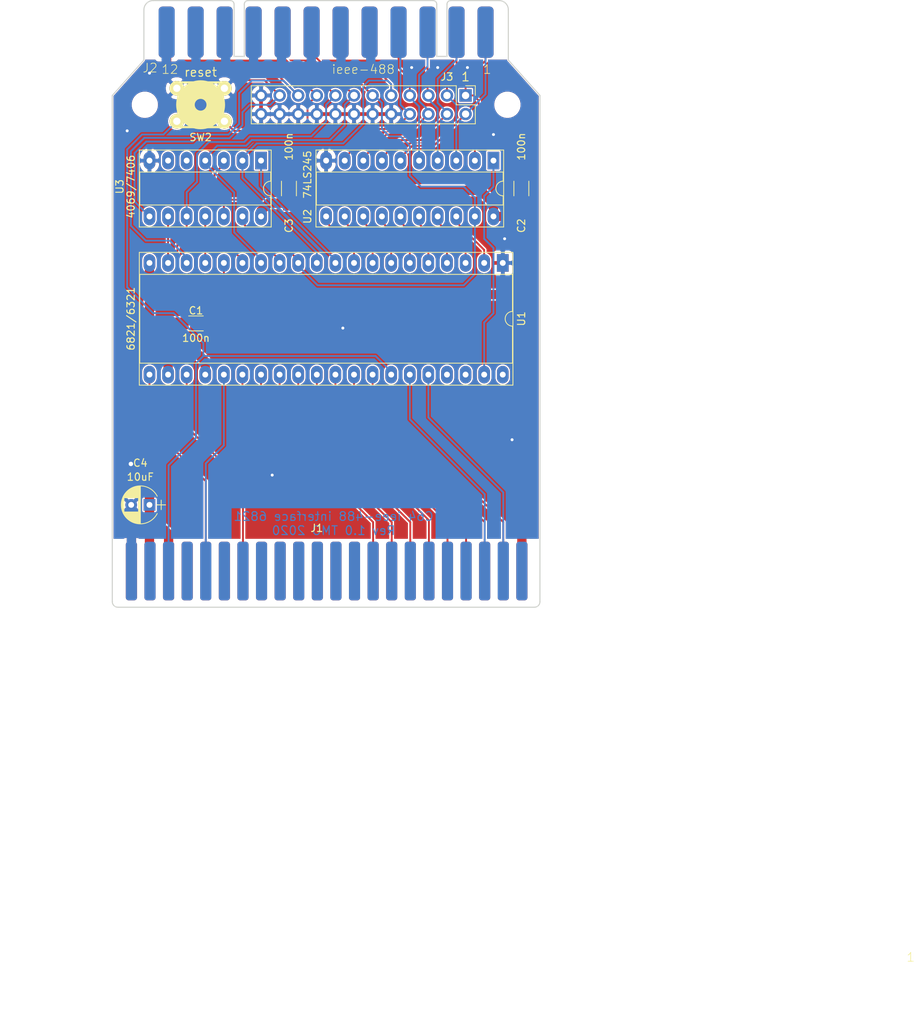
<source format=kicad_pcb>
(kicad_pcb (version 20171130) (host pcbnew "(5.0.1-3-g963ef8bb5)")
  (title_block (title C64_ieee488_interface_6821) (date 2020-02-24) (rev 1.0) (company TMO))
  (layers (0 F.Cu signal) (31 B.Cu signal) (34 B.Paste user) (35 F.Paste user) (36 B.SilkS user) (37 F.SilkS user) (38 B.Mask user hide) (39 F.Mask user hide) (44 Edge.Cuts user))
  (net 0 "")
  (net 1 GND)
  (net 2 VCC)
  (net 3 RW)
  (net 4 CS2)
  (net 5 /D7)
  (net 6 /D6)
  (net 7 /D5)
  (net 8 /D4)
  (net 9 /D3)
  (net 10 /D2)
  (net 11 /D1)
  (net 12 /D0)
  (net 13 RESET)
  (net 14 PHI2)
  (net 15 A1)
  (net 16 A0)
  (net 17 ATN)
  (net 18 SRQ)
  (net 19 NDAC)
  (net 20 NRFD)
  (net 21 DAV)
  (net 22 EOI)
  (net 23 /DIO3)
  (net 24 /DIO2)
  (net 25 /DIO1)
  (net 26 /DIO0)
  (net 27 /DIO7)
  (net 28 /DIO6)
  (net 29 /DIO5)
  (net 30 /DIO4)
  (net 31 CA2)
  (net 32 "Net-(U1-Pad19)")
  (net 33 "Net-(U1-Pad17)")
  (net 34 "Net-(U1-Pad15)")
  (net 35 "Net-(U1-Pad13)")
  (net 36 "Net-(U1-Pad10)")
  (net 37 /B7)
  (net 38 /B6)
  (net 39 /B5)
  (net 40 /B4)
  (net 41 /B3)
  (net 42 /B2)
  (net 43 /B1)
  (net 44 /B0)
  (module footprint:C64-Cart (layer F.Cu) (at 59.76 129.046274)
    (fp_text reference J1 (at 27.87 -10.301274) (layer F.SilkS))
    (fp_text value C64-Exp-Port hide)
    (pad N smd roundrect (at 30.48 -4.446274) (size 1.524 8) (layers B.Cu))
    (pad P smd roundrect (at 33.02 -4.446274) (size 1.524 8) (layers B.Cu))
    (pad T smd roundrect (at 40.64 -4.446274) (size 1.524 8) (layers B.Cu))
    (pad S smd roundrect (at 38.1 -4.446274) (size 1.524 8) (layers B.Cu))
    (pad R smd roundrect (at 35.56 -4.446274) (size 1.524 8) (layers B.Cu))
    (pad Z smd roundrect (at 55.88 -4.446274) (size 1.524 8) (layers B.Cu))
    (pad Y smd roundrect (at 53.34 -4.446274) (size 1.524 8) (layers B.Cu) (net 16 A0))
    (pad X smd roundrect (at 50.8 -4.446274) (size 1.524 8) (layers B.Cu) (net 15 A1))
    (pad W smd roundrect (at 48.26 -4.446274) (size 1.524 8) (layers B.Cu))
    (pad V smd roundrect (at 45.72 -4.446274) (size 1.524 8) (layers B.Cu))
    (pad U smd roundrect (at 43.18 -4.446274) (size 1.524 8) (layers B.Cu))
    (pad A smd roundrect (at 2.54 -4.446274) (size 1.524 8) (layers B.Cu) (net 1 GND))
    (pad E smd roundrect (at 12.7 -4.446274) (size 1.524 8) (layers B.Cu) (net 14 PHI2))
    (pad D smd roundrect (at 10.16 -4.446274) (size 1.524 8) (layers B.Cu))
    (pad C smd roundrect (at 7.62 -4.446274) (size 1.524 8) (layers B.Cu) (net 13 RESET))
    (pad B smd roundrect (at 5.08 -4.446274) (size 1.524 8) (layers B.Cu))
    (pad M smd roundrect (at 27.94 -4.446274) (size 1.524 8) (layers B.Cu))
    (pad L smd roundrect (at 25.4 -4.446274) (size 1.524 8) (layers B.Cu))
    (pad K smd roundrect (at 22.86 -4.446274) (size 1.524 8) (layers B.Cu))
    (pad J smd roundrect (at 20.32 -4.446274) (size 1.524 8) (layers B.Cu))
    (pad H smd roundrect (at 17.78 -4.446274) (size 1.524 8) (layers B.Cu))
    (pad F smd roundrect (at 15.24 -4.446274) (size 1.524 8) (layers B.Cu))
    (pad 22 smd roundrect (at 55.88 -4.446274 180) (size 1.524 8) (layers F.Cu) (net 1 GND))
    (pad 21 smd roundrect (at 53.34 -4.446274 180) (size 1.524 8) (layers F.Cu) (net 12 /D0))
    (pad 20 smd roundrect (at 50.8 -4.446274 180) (size 1.524 8) (layers F.Cu) (net 11 /D1))
    (pad 19 smd roundrect (at 48.26 -4.446274 180) (size 1.524 8) (layers F.Cu) (net 10 /D2))
    (pad 18 smd roundrect (at 45.72 -4.446274 180) (size 1.524 8) (layers F.Cu) (net 9 /D3))
    (pad 17 smd roundrect (at 43.18 -4.446274 180) (size 1.524 8) (layers F.Cu) (net 8 /D4))
    (pad 16 smd roundrect (at 40.64 -4.446274 180) (size 1.524 8) (layers F.Cu) (net 7 /D5))
    (pad 15 smd roundrect (at 38.1 -4.446274 180) (size 1.524 8) (layers F.Cu) (net 6 /D6))
    (pad 3 smd roundrect (at 7.62 -4.446274 180) (size 1.524 8) (layers F.Cu) (net 2 VCC))
    (pad 2 smd roundrect (at 5.08 -4.446274 180) (size 1.524 8) (layers F.Cu) (net 2 VCC))
    (pad 12 smd roundrect (at 30.48 -4.446274 180) (size 1.524 8) (layers F.Cu))
    (pad 14 smd roundrect (at 35.56 -4.446274 180) (size 1.524 8) (layers F.Cu) (net 5 /D7))
    (pad 13 smd roundrect (at 33.02 -4.446274 180) (size 1.524 8) (layers F.Cu))
    (pad 11 smd roundrect (at 27.94 -4.446274 180) (size 1.524 8) (layers F.Cu))
    (pad 10 smd roundrect (at 25.4 -4.446274 180) (size 1.524 8) (layers F.Cu))
    (pad 9 smd roundrect (at 22.86 -4.446274 180) (size 1.524 8) (layers F.Cu))
    (pad 8 smd roundrect (at 20.32 -4.446274 180) (size 1.524 8) (layers F.Cu))
    (pad 7 smd roundrect (at 17.78 -4.446274 180) (size 1.524 8) (layers F.Cu) (net 4 CS2))
    (pad 6 smd roundrect (at 15.24 -4.446274 180) (size 1.524 8) (layers F.Cu))
    (pad 5 smd roundrect (at 12.7 -4.446274 180) (size 1.524 8) (layers F.Cu) (net 3 RW))
    (pad 4 smd roundrect (at 10.16 -4.446274 180) (size 1.524 8) (layers F.Cu))
    (pad 1 smd roundrect (at 2.54 -4.446274 180) (size 1.524 8) (layers F.Cu) (net 1 GND))
  )
  (module footprint:ieee488-Port (layer F.Cu) (at 88.9 51.054)
    (fp_text reference J2 (at -25.146 5.588) (layer F.SilkS) (effects (font (size 1.2065 1.2065) (thickness 0.1016)) (justify left bottom)))
    (fp_text value ieee488-Port hide)
    (fp_text user ieee-488 (at 5.08 5.08) (layer F.SilkS) (effects (font (size 1.2065 1.2065) (thickness 0.1016))))
    (fp_text user 1 (at 22 5.08) (layer F.SilkS) (effects (font (size 1.2065 1.2065) (thickness 0.1016))))
    (fp_text user 12 (at -21.336 5.08) (layer F.SilkS) (effects (font (size 1.2065 1.2065) (thickness 0.1016))))
    (pad 12 connect roundrect (at -21.785 0) (size 2.2 7) (layers F.Cu) (net 1 GND))
    (pad 11 connect roundrect (at -17.825 0) (size 2.2 7) (layers F.Cu) (net 17 ATN))
    (pad 10 connect roundrect (at -13.865 0) (size 2.2 7) (layers F.Cu) (net 18 SRQ))
    (pad 9 connect roundrect (at -9.905 0) (size 2.2 7) (layers F.Cu) (net 13 RESET))
    (pad 8 connect roundrect (at -5.945 0) (size 2.2 7) (layers F.Cu) (net 19 NDAC))
    (pad 7 connect roundrect (at -1.985 0) (size 2.2 7) (layers F.Cu) (net 20 NRFD))
    (pad 6 connect roundrect (at 1.975 0) (size 2.2 7) (layers F.Cu) (net 21 DAV))
    (pad 5 connect roundrect (at 5.935 0) (size 2.2 7) (layers F.Cu) (net 22 EOI))
    (pad 4 connect roundrect (at 9.895 0) (size 2.2 7) (layers F.Cu) (net 23 /DIO3))
    (pad 3 connect roundrect (at 13.855 0) (size 2.2 7) (layers F.Cu) (net 24 /DIO2))
    (pad 2 connect roundrect (at 17.815 0) (size 2.2 7) (layers F.Cu) (net 25 /DIO1))
    (pad 1 connect roundrect (at 21.775 0) (size 2.2 7) (layers F.Cu) (net 26 /DIO0))
    (pad N connect roundrect (at -21.785 0) (size 2.2 7) (layers B.Cu) (net 1 GND))
    (pad M connect roundrect (at -17.825 0) (size 2.2 7) (layers B.Cu) (net 1 GND))
    (pad L connect roundrect (at -13.865 0) (size 2.2 7) (layers B.Cu) (net 1 GND))
    (pad K connect roundrect (at -9.905 0) (size 2.2 7) (layers B.Cu) (net 1 GND))
    (pad J connect roundrect (at -5.945 0) (size 2.2 7) (layers B.Cu) (net 1 GND))
    (pad H connect roundrect (at -1.985 0) (size 2.2 7) (layers B.Cu) (net 1 GND))
    (pad F connect roundrect (at 1.975 0) (size 2.2 7) (layers B.Cu) (net 1 GND))
    (pad E connect roundrect (at 5.935 0) (size 2.2 7) (layers B.Cu) (net 1 GND))
    (pad D connect roundrect (at 9.895 0) (size 2.2 7) (layers B.Cu) (net 27 /DIO7))
    (pad C connect roundrect (at 13.855 0) (size 2.2 7) (layers B.Cu) (net 28 /DIO6))
    (pad B connect roundrect (at 17.815 0) (size 2.2 7) (layers B.Cu) (net 29 /DIO5))
    (pad A connect roundrect (at 21.775 0) (size 2.2 7) (layers B.Cu) (net 30 /DIO4))
  )
  (module "" (layer F.Cu) (at 108.585 57.15)
    (fp_text reference "" (at 59.76 129.046274) (layer F.SilkS) (effects (font (size 1.27 1.27))))
    (fp_text value "" (at 59.76 129.046274) (layer F.SilkS) (effects (font (size 1.27 1.27))))
    (fp_text user 1 (at 60.17 120.156274) (layer F.SilkS) (effects (font (size 1.2065 1.2065) (thickness 0.1016))))
  )
  (module footprint:PCB_PUSH (layer F.Cu) (at 71.755 60.96 90)
    (fp_text reference SW2 (at -4.445 0 180) (layer F.SilkS))
    (fp_text value RESET_SWITCH hide)
    (pad 1 thru_hole circle (at -2.25044 -3.2512 90) (size 1.99898 1.99898) (drill 1.00076) (layers *.Cu *.Mask F.SilkS) (net 13 RESET))
    (pad 2 thru_hole circle (at -2.25044 3.2512 90) (size 1.99898 1.99898) (drill 1.00076) (layers *.Cu *.Mask F.SilkS) (net 13 RESET))
    (pad 4 thru_hole circle (at 2.25044 -3.2512 90) (size 1.99898 1.99898) (drill 1.00076) (layers *.Cu *.Mask F.SilkS) (net 1 GND))
    (pad 3 thru_hole circle (at 2.25044 3.2512 90) (size 1.99898 1.99898) (drill 1.00076) (layers *.Cu *.Mask F.SilkS) (net 1 GND))
  )
  (module Housings_DIP:DIP-40_W15.24mm_Socket_LongPads (layer F.Cu) (at 113.03 82.55 270)
    (fp_text reference U1 (at 7.62 -2.54 270) (layer F.SilkS))
    (fp_text value 6821/6321 (at 7.62 50.8 270) (layer F.SilkS))
    (pad 40 thru_hole oval (at 15.24 0 270) (size 2.4 1.6) (drill 0.8) (layers *.Cu *.Mask))
    (pad 20 thru_hole oval (at 0 48.26 270) (size 2.4 1.6) (drill 0.8) (layers *.Cu *.Mask) (net 2 VCC))
    (pad 39 thru_hole oval (at 15.24 2.54 270) (size 2.4 1.6) (drill 0.8) (layers *.Cu *.Mask) (net 31 CA2))
    (pad 19 thru_hole oval (at 0 45.72 270) (size 2.4 1.6) (drill 0.8) (layers *.Cu *.Mask) (net 32 "Net-(U1-Pad19)"))
    (pad 38 thru_hole oval (at 15.24 5.08 270) (size 2.4 1.6) (drill 0.8) (layers *.Cu *.Mask))
    (pad 18 thru_hole oval (at 0 43.18 270) (size 2.4 1.6) (drill 0.8) (layers *.Cu *.Mask) (net 18 SRQ))
    (pad 37 thru_hole oval (at 15.24 7.62 270) (size 2.4 1.6) (drill 0.8) (layers *.Cu *.Mask))
    (pad 17 thru_hole oval (at 0 40.64 270) (size 2.4 1.6) (drill 0.8) (layers *.Cu *.Mask) (net 33 "Net-(U1-Pad17)"))
    (pad 36 thru_hole oval (at 15.24 10.16 270) (size 2.4 1.6) (drill 0.8) (layers *.Cu *.Mask) (net 16 A0))
    (pad 16 thru_hole oval (at 0 38.1 270) (size 2.4 1.6) (drill 0.8) (layers *.Cu *.Mask) (net 19 NDAC))
    (pad 35 thru_hole oval (at 15.24 12.7 270) (size 2.4 1.6) (drill 0.8) (layers *.Cu *.Mask) (net 15 A1))
    (pad 15 thru_hole oval (at 0 35.56 270) (size 2.4 1.6) (drill 0.8) (layers *.Cu *.Mask) (net 34 "Net-(U1-Pad15)"))
    (pad 34 thru_hole oval (at 15.24 15.24 270) (size 2.4 1.6) (drill 0.8) (layers *.Cu *.Mask) (net 13 RESET))
    (pad 14 thru_hole oval (at 0 33.02 270) (size 2.4 1.6) (drill 0.8) (layers *.Cu *.Mask) (net 20 NRFD))
    (pad 33 thru_hole oval (at 15.24 17.78 270) (size 2.4 1.6) (drill 0.8) (layers *.Cu *.Mask) (net 12 /D0))
    (pad 13 thru_hole oval (at 0 30.48 270) (size 2.4 1.6) (drill 0.8) (layers *.Cu *.Mask) (net 35 "Net-(U1-Pad13)"))
    (pad 32 thru_hole oval (at 15.24 20.32 270) (size 2.4 1.6) (drill 0.8) (layers *.Cu *.Mask) (net 11 /D1))
    (pad 12 thru_hole oval (at 0 27.94 270) (size 2.4 1.6) (drill 0.8) (layers *.Cu *.Mask) (net 21 DAV))
    (pad 31 thru_hole oval (at 15.24 22.86 270) (size 2.4 1.6) (drill 0.8) (layers *.Cu *.Mask) (net 10 /D2))
    (pad 11 thru_hole oval (at 0 25.4 270) (size 2.4 1.6) (drill 0.8) (layers *.Cu *.Mask) (net 22 EOI))
    (pad 30 thru_hole oval (at 15.24 25.4 270) (size 2.4 1.6) (drill 0.8) (layers *.Cu *.Mask) (net 9 /D3))
    (pad 10 thru_hole oval (at 0 22.86 270) (size 2.4 1.6) (drill 0.8) (layers *.Cu *.Mask) (net 36 "Net-(U1-Pad10)"))
    (pad 29 thru_hole oval (at 15.24 27.94 270) (size 2.4 1.6) (drill 0.8) (layers *.Cu *.Mask) (net 8 /D4))
    (pad 9 thru_hole oval (at 0 20.32 270) (size 2.4 1.6) (drill 0.8) (layers *.Cu *.Mask) (net 37 /B7))
    (pad 28 thru_hole oval (at 15.24 30.48 270) (size 2.4 1.6) (drill 0.8) (layers *.Cu *.Mask) (net 7 /D5))
    (pad 8 thru_hole oval (at 0 17.78 270) (size 2.4 1.6) (drill 0.8) (layers *.Cu *.Mask) (net 38 /B6))
    (pad 27 thru_hole oval (at 15.24 33.02 270) (size 2.4 1.6) (drill 0.8) (layers *.Cu *.Mask) (net 6 /D6))
    (pad 7 thru_hole oval (at 0 15.24 270) (size 2.4 1.6) (drill 0.8) (layers *.Cu *.Mask) (net 39 /B5))
    (pad 26 thru_hole oval (at 15.24 35.56 270) (size 2.4 1.6) (drill 0.8) (layers *.Cu *.Mask) (net 5 /D7))
    (pad 6 thru_hole oval (at 0 12.7 270) (size 2.4 1.6) (drill 0.8) (layers *.Cu *.Mask) (net 40 /B4))
    (pad 25 thru_hole oval (at 15.24 38.1 270) (size 2.4 1.6) (drill 0.8) (layers *.Cu *.Mask) (net 14 PHI2))
    (pad 5 thru_hole oval (at 0 10.16 270) (size 2.4 1.6) (drill 0.8) (layers *.Cu *.Mask) (net 41 /B3))
    (pad 24 thru_hole oval (at 15.24 40.64 270) (size 2.4 1.6) (drill 0.8) (layers *.Cu *.Mask) (net 2 VCC))
    (pad 4 thru_hole oval (at 0 7.62 270) (size 2.4 1.6) (drill 0.8) (layers *.Cu *.Mask) (net 42 /B2))
    (pad 23 thru_hole oval (at 15.24 43.18 270) (size 2.4 1.6) (drill 0.8) (layers *.Cu *.Mask) (net 4 CS2))
    (pad 3 thru_hole oval (at 0 5.08 270) (size 2.4 1.6) (drill 0.8) (layers *.Cu *.Mask) (net 43 /B1))
    (pad 22 thru_hole oval (at 15.24 45.72 270) (size 2.4 1.6) (drill 0.8) (layers *.Cu *.Mask) (net 2 VCC))
    (pad 2 thru_hole oval (at 0 2.54 270) (size 2.4 1.6) (drill 0.8) (layers *.Cu *.Mask) (net 44 /B0))
    (pad 21 thru_hole oval (at 15.24 48.26 270) (size 2.4 1.6) (drill 0.8) (layers *.Cu *.Mask) (net 3 RW))
    (pad 1 thru_hole rect (at 0 0 270) (size 2.4 1.6) (drill 0.8) (layers *.Cu *.Mask) (net 1 GND))
  )
  (module Housings_DIP:DIP-20_W7.62mm_Socket_LongPads (layer F.Cu) (at 111.76 68.58 270)
    (fp_text reference U2 (at 7.62 25.4 270) (layer F.SilkS))
    (fp_text value 74LS245 (at 1.905 25.4 270) (layer F.SilkS))
    (pad 20 thru_hole oval (at 7.62 0 270) (size 2.4 1.6) (drill 0.8) (layers *.Cu *.Mask) (net 2 VCC))
    (pad 10 thru_hole oval (at 0 22.86 270) (size 2.4 1.6) (drill 0.8) (layers *.Cu *.Mask) (net 1 GND))
    (pad 19 thru_hole oval (at 7.62 2.54 270) (size 2.4 1.6) (drill 0.8) (layers *.Cu *.Mask) (net 21 DAV))
    (pad 9 thru_hole oval (at 0 20.32 270) (size 2.4 1.6) (drill 0.8) (layers *.Cu *.Mask) (net 27 /DIO7))
    (pad 18 thru_hole oval (at 7.62 5.08 270) (size 2.4 1.6) (drill 0.8) (layers *.Cu *.Mask) (net 44 /B0))
    (pad 8 thru_hole oval (at 0 17.78 270) (size 2.4 1.6) (drill 0.8) (layers *.Cu *.Mask) (net 28 /DIO6))
    (pad 17 thru_hole oval (at 7.62 7.62 270) (size 2.4 1.6) (drill 0.8) (layers *.Cu *.Mask) (net 43 /B1))
    (pad 7 thru_hole oval (at 0 15.24 270) (size 2.4 1.6) (drill 0.8) (layers *.Cu *.Mask) (net 29 /DIO5))
    (pad 16 thru_hole oval (at 7.62 10.16 270) (size 2.4 1.6) (drill 0.8) (layers *.Cu *.Mask) (net 42 /B2))
    (pad 6 thru_hole oval (at 0 12.7 270) (size 2.4 1.6) (drill 0.8) (layers *.Cu *.Mask) (net 30 /DIO4))
    (pad 15 thru_hole oval (at 7.62 12.7 270) (size 2.4 1.6) (drill 0.8) (layers *.Cu *.Mask) (net 41 /B3))
    (pad 5 thru_hole oval (at 0 10.16 270) (size 2.4 1.6) (drill 0.8) (layers *.Cu *.Mask) (net 23 /DIO3))
    (pad 14 thru_hole oval (at 7.62 15.24 270) (size 2.4 1.6) (drill 0.8) (layers *.Cu *.Mask) (net 40 /B4))
    (pad 4 thru_hole oval (at 0 7.62 270) (size 2.4 1.6) (drill 0.8) (layers *.Cu *.Mask) (net 24 /DIO2))
    (pad 13 thru_hole oval (at 7.62 17.78 270) (size 2.4 1.6) (drill 0.8) (layers *.Cu *.Mask) (net 39 /B5))
    (pad 3 thru_hole oval (at 0 5.08 270) (size 2.4 1.6) (drill 0.8) (layers *.Cu *.Mask) (net 25 /DIO1))
    (pad 12 thru_hole oval (at 7.62 20.32 270) (size 2.4 1.6) (drill 0.8) (layers *.Cu *.Mask) (net 38 /B6))
    (pad 2 thru_hole oval (at 0 2.54 270) (size 2.4 1.6) (drill 0.8) (layers *.Cu *.Mask) (net 26 /DIO0))
    (pad 11 thru_hole oval (at 7.62 22.86 270) (size 2.4 1.6) (drill 0.8) (layers *.Cu *.Mask) (net 37 /B7))
    (pad 1 thru_hole rect (at 0 0 270) (size 2.4 1.6) (drill 0.8) (layers *.Cu *.Mask) (net 31 CA2))
  )
  (module Housings_DIP:DIP-14_W7.62mm_Socket_LongPads (layer F.Cu) (at 80.01 68.58 270)
    (fp_text reference U3 (at 3.556 19.304 270) (layer F.SilkS))
    (fp_text value 4069/7406 (at 3.556 17.78 270) (layer F.SilkS))
    (pad 14 thru_hole oval (at 7.62 0 270) (size 2.4 1.6) (drill 0.8) (layers *.Cu *.Mask) (net 2 VCC))
    (pad 7 thru_hole oval (at 0 15.24 270) (size 2.4 1.6) (drill 0.8) (layers *.Cu *.Mask) (net 1 GND))
    (pad 13 thru_hole oval (at 7.62 2.54 270) (size 2.4 1.6) (drill 0.8) (layers *.Cu *.Mask) (net 35 "Net-(U1-Pad13)"))
    (pad 6 thru_hole oval (at 0 12.7 270) (size 2.4 1.6) (drill 0.8) (layers *.Cu *.Mask))
    (pad 12 thru_hole oval (at 7.62 5.08 270) (size 2.4 1.6) (drill 0.8) (layers *.Cu *.Mask) (net 21 DAV))
    (pad 5 thru_hole oval (at 0 10.16 270) (size 2.4 1.6) (drill 0.8) (layers *.Cu *.Mask))
    (pad 11 thru_hole oval (at 7.62 7.62 270) (size 2.4 1.6) (drill 0.8) (layers *.Cu *.Mask) (net 33 "Net-(U1-Pad17)"))
    (pad 4 thru_hole oval (at 0 7.62 270) (size 2.4 1.6) (drill 0.8) (layers *.Cu *.Mask) (net 20 NRFD))
    (pad 10 thru_hole oval (at 7.62 10.16 270) (size 2.4 1.6) (drill 0.8) (layers *.Cu *.Mask) (net 19 NDAC))
    (pad 3 thru_hole oval (at 0 5.08 270) (size 2.4 1.6) (drill 0.8) (layers *.Cu *.Mask) (net 34 "Net-(U1-Pad15)"))
    (pad 9 thru_hole oval (at 7.62 12.7 270) (size 2.4 1.6) (drill 0.8) (layers *.Cu *.Mask) (net 32 "Net-(U1-Pad19)"))
    (pad 2 thru_hole oval (at 0 2.54 270) (size 2.4 1.6) (drill 0.8) (layers *.Cu *.Mask) (net 22 EOI))
    (pad 8 thru_hole oval (at 7.62 15.24 270) (size 2.4 1.6) (drill 0.8) (layers *.Cu *.Mask) (net 17 ATN))
    (pad 1 thru_hole rect (at 0 0 270) (size 2.4 1.6) (drill 0.8) (layers *.Cu *.Mask) (net 36 "Net-(U1-Pad10)"))
  )
  (module Capacitors_SMD:C_1206_HandSoldering (layer F.Cu) (at 71.12 90.805)
    (fp_text reference C1 (at 0 -1.75) (layer F.SilkS))
    (fp_text value 100n (at 0 2) (layer F.SilkS))
    (pad 2 smd rect (at 2 0) (size 2 1.6) (layers F.Cu F.Paste F.Mask) (net 1 GND))
    (pad 1 smd rect (at -2 0) (size 2 1.6) (layers F.Cu F.Paste F.Mask) (net 2 VCC))
  )
  (module Capacitors_SMD:C_1206_HandSoldering (layer F.Cu) (at 115.57 72.39 90)
    (fp_text reference C2 (at -5.08 0 90) (layer F.SilkS))
    (fp_text value 100n (at 5.715 0 90) (layer F.SilkS))
    (pad 1 smd rect (at -2 0 90) (size 2 1.6) (layers F.Cu F.Paste F.Mask) (net 2 VCC))
    (pad 2 smd rect (at 2 0 90) (size 2 1.6) (layers F.Cu F.Paste F.Mask) (net 1 GND))
  )
  (module Capacitors_SMD:C_1206_HandSoldering (layer F.Cu) (at 83.82 72.39 90)
    (fp_text reference C3 (at -5.08 0 90) (layer F.SilkS))
    (fp_text value 100n (at 5.715 0 90) (layer F.SilkS))
    (pad 2 smd rect (at 2 0 90) (size 2 1.6) (layers F.Cu F.Paste F.Mask) (net 1 GND))
    (pad 1 smd rect (at -2 0 90) (size 2 1.6) (layers F.Cu F.Paste F.Mask) (net 2 VCC))
  )
  (module Capacitors_THT:CP_Radial_D5.0mm_P2.50mm (layer F.Cu) (at 64.77 115.57 180)
    (fp_text reference C4 (at 1.25 5.715 180) (layer F.SilkS))
    (fp_text value 10uF (at 1.25 3.81 180) (layer F.SilkS))
    (pad 2 thru_hole circle (at 2.5 0 180) (size 1.6 1.6) (drill 0.8) (layers *.Cu *.Mask) (net 1 GND))
    (pad 1 thru_hole rect (at 0 0 180) (size 1.6 1.6) (drill 0.8) (layers *.Cu *.Mask) (net 2 VCC))
  )
  (module footprint:Pin_Header_Straight_2x12_Pitch2.54mm_ieee488 (layer F.Cu) (at 107.95 59.69 270)
    (fp_text reference J3 (at -2.54 2.54) (layer F.SilkS))
    (fp_text value Conn_02x12_Top_Bottom hide)
    (pad 24 thru_hole oval (at 2.54 27.94 270) (size 1.7 1.7) (drill 1) (layers *.Cu *.Mask) (net 1 GND))
    (pad 12 thru_hole oval (at 0 27.94 270) (size 1.7 1.7) (drill 1) (layers *.Cu *.Mask) (net 1 GND))
    (pad 23 thru_hole oval (at 2.54 25.4 270) (size 1.7 1.7) (drill 1) (layers *.Cu *.Mask) (net 1 GND))
    (pad 11 thru_hole oval (at 0 25.4 270) (size 1.7 1.7) (drill 1) (layers *.Cu *.Mask) (net 17 ATN))
    (pad 22 thru_hole oval (at 2.54 22.86 270) (size 1.7 1.7) (drill 1) (layers *.Cu *.Mask) (net 1 GND))
    (pad 10 thru_hole oval (at 0 22.86 270) (size 1.7 1.7) (drill 1) (layers *.Cu *.Mask) (net 18 SRQ))
    (pad 21 thru_hole oval (at 2.54 20.32 270) (size 1.7 1.7) (drill 1) (layers *.Cu *.Mask) (net 1 GND))
    (pad 9 thru_hole oval (at 0 20.32 270) (size 1.7 1.7) (drill 1) (layers *.Cu *.Mask) (net 13 RESET))
    (pad 20 thru_hole oval (at 2.54 17.78 270) (size 1.7 1.7) (drill 1) (layers *.Cu *.Mask) (net 1 GND))
    (pad 8 thru_hole oval (at 0 17.78 270) (size 1.7 1.7) (drill 1) (layers *.Cu *.Mask) (net 19 NDAC))
    (pad 19 thru_hole oval (at 2.54 15.24 270) (size 1.7 1.7) (drill 1) (layers *.Cu *.Mask) (net 1 GND))
    (pad 7 thru_hole oval (at 0 15.24 270) (size 1.7 1.7) (drill 1) (layers *.Cu *.Mask) (net 20 NRFD))
    (pad 18 thru_hole oval (at 2.54 12.7 270) (size 1.7 1.7) (drill 1) (layers *.Cu *.Mask) (net 1 GND))
    (pad 6 thru_hole oval (at 0 12.7 270) (size 1.7 1.7) (drill 1) (layers *.Cu *.Mask) (net 21 DAV))
    (pad 17 thru_hole oval (at 2.54 10.16 270) (size 1.7 1.7) (drill 1) (layers *.Cu *.Mask) (net 1 GND))
    (pad 5 thru_hole oval (at 0 10.16 270) (size 1.7 1.7) (drill 1) (layers *.Cu *.Mask) (net 22 EOI))
    (pad 16 thru_hole oval (at 2.54 7.62 270) (size 1.7 1.7) (drill 1) (layers *.Cu *.Mask) (net 27 /DIO7))
    (pad 4 thru_hole oval (at 0 7.62 270) (size 1.7 1.7) (drill 1) (layers *.Cu *.Mask) (net 23 /DIO3))
    (pad 15 thru_hole oval (at 2.54 5.08 270) (size 1.7 1.7) (drill 1) (layers *.Cu *.Mask) (net 28 /DIO6))
    (pad 3 thru_hole oval (at 0 5.08 270) (size 1.7 1.7) (drill 1) (layers *.Cu *.Mask) (net 24 /DIO2))
    (pad 14 thru_hole oval (at 2.54 2.54 270) (size 1.7 1.7) (drill 1) (layers *.Cu *.Mask) (net 29 /DIO5))
    (pad 2 thru_hole oval (at 0 2.54 270) (size 1.7 1.7) (drill 1) (layers *.Cu *.Mask) (net 25 /DIO1))
    (pad 13 thru_hole oval (at 2.54 0 270) (size 1.7 1.7) (drill 1) (layers *.Cu *.Mask) (net 30 /DIO4))
    (pad 1 thru_hole rect (at 0 0 270) (size 1.7 1.7) (drill 1) (layers *.Cu *.Mask) (net 26 /DIO0))
  )
  (module Mounting_Holes:MountingHole_3.2mm_M3 (layer F.Cu) (at 64.135 60.96)
    (fp_text reference H1)
    (fp_text value MountingHole hide)
    (pad 1 np_thru_hole circle (at 0 0) (size 3.2 3.2) (drill 3.2) (layers *.Cu *.Mask))
  )
  (module Mounting_Holes:MountingHole_3.2mm_M3 (layer F.Cu) (at 113.665 60.96)
    (fp_text reference H2)
    (fp_text value MountingHole hide)
    (pad 1 np_thru_hole circle (at 0 0) (size 3.2 3.2) (drill 3.2) (layers *.Cu *.Mask))
  )
  (gr_text "C64 ieee-488 interface 6821\nRev 1.0 TMO 2020" (at 89.916 118.11) (layer B.Cu) (effects (font (size 1.2 1.2)) (justify mirror)))
  (gr_arc (start 78.232 47.244) (end 78.232 46.736) (angle -90) (layer Edge.Cuts) (width 0.15))
  (gr_arc (start 105.918 47.244) (end 105.918 46.736) (angle -90) (layer Edge.Cuts) (width 0.15))
  (gr_arc (start 103.505 47.244) (end 104.013 47.244) (angle -90) (layer Edge.Cuts) (width 0.15))
  (gr_arc (start 75.819 47.244) (end 76.327 47.244) (angle -90) (layer Edge.Cuts) (width 0.15))
  (gr_line (start 65.278 46.736) (end 75.819 46.736) (layer Edge.Cuts) (width 0.15))
  (gr_line (start 78.232 46.736) (end 103.505 46.736) (layer Edge.Cuts) (width 0.15))
  (gr_line (start 105.918 46.736) (end 112.522 46.736) (layer Edge.Cuts) (width 0.15))
  (gr_line (start 105.41 54.356) (end 105.41 47.244) (layer Edge.Cuts) (width 0.15))
  (gr_line (start 104.013 54.356) (end 105.41 54.356) (layer Edge.Cuts) (width 0.15))
  (gr_line (start 104.013 47.244) (end 104.013 54.356) (layer Edge.Cuts) (width 0.15))
  (gr_line (start 77.724 54.356) (end 77.724 47.244) (layer Edge.Cuts) (width 0.15))
  (gr_line (start 76.327 54.356) (end 77.724 54.356) (layer Edge.Cuts) (width 0.15))
  (gr_line (start 76.327 47.244) (end 76.327 54.356) (layer Edge.Cuts) (width 0.15))
  (gr_text reset (at 71.755 56.515) (layer F.SilkS) (effects (font (size 1.2 1.2))))
  (gr_text 1 (at 107.95 57.15) (layer F.SilkS) (effects (font (size 1.2 1.2))))
  (gr_line (start 113.792 54.864) (end 118.11 59.69) (layer Edge.Cuts) (width 0.15))
  (gr_line (start 113.792 48.006) (end 113.792 54.864) (layer Edge.Cuts) (width 0.15))
  (gr_line (start 64.008 54.864) (end 59.69 59.69) (layer Edge.Cuts) (width 0.15))
  (gr_line (start 64.008 48.006) (end 64.008 54.864) (layer Edge.Cuts) (width 0.15))
  (gr_arc (start 65.278 48.006) (end 64.008 48.006) (angle 90) (layer Edge.Cuts) (width 0.15))
  (gr_arc (start 112.522 48.006) (end 112.522 46.736) (angle 90) (layer Edge.Cuts) (width 0.15))
  (gr_arc (start 117.348 128.778) (end 118.11 128.778) (angle 90) (layer Edge.Cuts) (width 0.15))
  (gr_arc (start 60.452 128.778) (end 60.452 129.54) (angle 90) (layer Edge.Cuts) (width 0.15))
  (gr_line (start 59.69 128.778) (end 59.69 59.69) (layer Edge.Cuts) (width 0.15))
  (gr_line (start 117.348 129.54) (end 60.452 129.54) (layer Edge.Cuts) (width 0.15))
  (gr_line (start 118.11 59.69) (end 118.11 128.778) (layer Edge.Cuts) (width 0.15))
  (via (at 100.584 55.88) (size 0.6) (drill 0.4) (layers F.Cu B.Cu) (net 1))
  (via (at 104.14 55.88) (size 0.6) (drill 0.4) (layers F.Cu B.Cu) (net 1))
  (via (at 108.204 55.88) (size 0.6) (drill 0.4) (layers F.Cu B.Cu) (net 1))
  (via (at 113.284 79.248) (size 0.6) (drill 0.4) (layers F.Cu B.Cu) (net 1))
  (segment (start 67.056 50.859) (end 67.056 55.626) (width 1.27) (layer B.Cu) (net 1))
  (segment (start 67.115 50.8) (end 67.056 50.859) (width 0.635) (layer B.Cu) (net 1))
  (segment (start 71.12 50.859) (end 71.12 55.626) (width 1.27) (layer B.Cu) (net 1))
  (segment (start 75.184 50.859) (end 75.184 55.626) (width 1.27) (layer B.Cu) (net 1))
  (segment (start 78.994 50.859) (end 78.994 55.626) (width 1.27) (layer B.Cu) (net 1))
  (segment (start 82.804 50.859) (end 82.804 55.626) (width 1.27) (layer B.Cu) (net 1))
  (segment (start 86.868 50.859) (end 86.868 55.626) (width 1.27) (layer B.Cu) (net 1))
  (segment (start 90.932 50.859) (end 90.932 55.626) (width 1.27) (layer B.Cu) (net 1))
  (segment (start 94.996 50.859) (end 94.996 55.626) (width 1.27) (layer B.Cu) (net 1))
  (segment (start 115.64 124.6) (end 115.64 117.418) (width 1.27) (layer F.Cu) (net 1))
  (segment (start 62.3 115.6) (end 62.27 115.57) (width 1.27) (layer F.Cu) (net 1))
  (segment (start 62.3 124.6) (end 62.3 115.6) (width 1.27) (layer F.Cu) (net 1))
  (via (at 62.23 109.982) (size 0.8) (drill 0.6) (layers F.Cu B.Cu) (net 1))
  (segment (start 62.3 115.6) (end 62.27 115.57) (width 1.27) (layer B.Cu) (net 1))
  (segment (start 62.3 124.6) (end 62.3 115.6) (width 1.27) (layer B.Cu) (net 1))
  (segment (start 67.115 50.8) (end 67.115 55.567) (width 1.27) (layer F.Cu) (net 1))
  (via (at 114.3 106.68) (size 0.6) (drill 0.4) (layers F.Cu B.Cu) (net 1))
  (via (at 81.534 111.506) (size 0.6) (drill 0.4) (layers F.Cu B.Cu) (net 1))
  (via (at 91.186 91.44) (size 0.6) (drill 0.4) (layers F.Cu B.Cu) (net 1))
  (via (at 111.76 65.024) (size 0.6) (drill 0.4) (layers F.Cu B.Cu) (net 1))
  (via (at 61.722 64.516) (size 0.6) (drill 0.4) (layers F.Cu B.Cu) (net 1))
  (via (at 64.77 56.642) (size 0.6) (drill 0.4) (layers F.Cu B.Cu) (net 1))
  (segment (start 64.77 124.53) (end 64.84 124.6) (width 1.27) (layer F.Cu) (net 2))
  (segment (start 64.77 118.491) (end 66.294 118.491) (width 1.27) (layer F.Cu) (net 2))
  (segment (start 64.77 115.57) (end 64.77 118.491) (width 1.27) (layer F.Cu) (net 2))
  (segment (start 64.77 118.491) (end 64.77 124.53) (width 1.27) (layer F.Cu) (net 2))
  (segment (start 67.38 119.577) (end 67.38 124.6) (width 1.27) (layer F.Cu) (net 2))
  (segment (start 66.294 118.491) (end 67.38 119.577) (width 1.27) (layer F.Cu) (net 2))
  (segment (start 111.76 76.2) (end 113.83 76.2) (width 1.27) (layer F.Cu) (net 2))
  (segment (start 113.83 76.2) (end 115.57 76.2) (width 1.27) (layer F.Cu) (net 2))
  (segment (start 115.57 74.39) (end 115.57 76.2) (width 1.27) (layer F.Cu) (net 2))
  (segment (start 80.01 76.2) (end 80.01 75.438) (width 1.27) (layer F.Cu) (net 2))
  (segment (start 81.058 74.39) (end 83.82 74.39) (width 1.27) (layer F.Cu) (net 2))
  (segment (start 80.01 75.438) (end 81.058 74.39) (width 1.27) (layer F.Cu) (net 2))
  (segment (start 85.89 74.39) (end 83.82 74.39) (width 1.27) (layer F.Cu) (net 2))
  (segment (start 111.76 74.422) (end 109.982 72.644) (width 1.27) (layer F.Cu) (net 2))
  (segment (start 87.63 72.644) (end 87.63 72.65) (width 1.27) (layer F.Cu) (net 2))
  (segment (start 109.982 72.644) (end 87.63 72.644) (width 1.27) (layer F.Cu) (net 2))
  (segment (start 87.63 72.65) (end 85.89 74.39) (width 1.27) (layer F.Cu) (net 2))
  (segment (start 111.76 76.2) (end 111.76 74.422) (width 1.27) (layer F.Cu) (net 2))
  (segment (start 64.77 85.02) (end 64.77 82.55) (width 1.27) (layer F.Cu) (net 2))
  (segment (start 67.31 97.79) (end 67.31 95.32) (width 1.27) (layer F.Cu) (net 2))
  (segment (start 112.522 86.868) (end 65.024 86.868) (width 1.27) (layer F.Cu) (net 2))
  (segment (start 115.57 76.2) (end 115.57 83.82) (width 1.27) (layer F.Cu) (net 2))
  (segment (start 65.024 86.868) (end 64.77 87.122) (width 1.27) (layer F.Cu) (net 2))
  (segment (start 64.77 87.122) (end 64.77 85.02) (width 1.27) (layer F.Cu) (net 2))
  (segment (start 115.57 83.82) (end 112.522 86.868) (width 1.27) (layer F.Cu) (net 2))
  (segment (start 68.142 94.488) (end 67.31 95.32) (width 1.27) (layer F.Cu) (net 2))
  (segment (start 70.866 94.488) (end 68.142 94.488) (width 1.27) (layer F.Cu) (net 2))
  (segment (start 72.39 96.012) (end 70.866 94.488) (width 1.27) (layer F.Cu) (net 2))
  (segment (start 72.39 97.79) (end 72.39 96.012) (width 1.27) (layer F.Cu) (net 2))
  (segment (start 64.77 92.78) (end 64.77 94.488) (width 1.27) (layer F.Cu) (net 2))
  (segment (start 67.507 94.488) (end 67.31 94.488) (width 1.27) (layer F.Cu) (net 2))
  (segment (start 67.31 94.488) (end 64.77 94.488) (width 1.27) (layer F.Cu) (net 2))
  (segment (start 68.142 94.488) (end 67.31 94.488) (width 1.27) (layer F.Cu) (net 2))
  (segment (start 64.77 90.932) (end 64.77 87.122) (width 1.27) (layer F.Cu) (net 2))
  (segment (start 64.77 92.78) (end 64.77 90.932) (width 1.27) (layer F.Cu) (net 2))
  (segment (start 64.897 90.805) (end 64.77 90.932) (width 1.27) (layer F.Cu) (net 2))
  (segment (start 69.12 90.805) (end 64.897 90.805) (width 1.27) (layer F.Cu) (net 2))
  (segment (start 63.754 94.488) (end 64.77 94.488) (width 1.27) (layer F.Cu) (net 2))
  (segment (start 61.976 96.266) (end 63.754 94.488) (width 1.27) (layer F.Cu) (net 2))
  (segment (start 61.976 105.41) (end 61.976 96.266) (width 1.27) (layer F.Cu) (net 2))
  (segment (start 64.77 108.204) (end 61.976 105.41) (width 1.27) (layer F.Cu) (net 2))
  (segment (start 64.77 115.57) (end 64.77 108.204) (width 1.27) (layer F.Cu) (net 2))
  (segment (start 72.46 120.5) (end 72.46 124.6) (width 0.254) (layer F.Cu) (net 3))
  (segment (start 72.46 112.338) (end 72.46 120.5) (width 0.254) (layer F.Cu) (net 3))
  (segment (start 64.77 104.648) (end 72.46 112.338) (width 0.254) (layer F.Cu) (net 3))
  (segment (start 64.77 97.79) (end 64.77 104.648) (width 0.254) (layer F.Cu) (net 3))
  (segment (start 77.54 120.5) (end 77.54 124.6) (width 0.254) (layer F.Cu) (net 4))
  (segment (start 69.85 104.902) (end 77.54 112.592) (width 0.254) (layer F.Cu) (net 4))
  (segment (start 77.54 112.592) (end 77.54 120.5) (width 0.254) (layer F.Cu) (net 4))
  (segment (start 69.85 97.79) (end 69.85 104.902) (width 0.254) (layer F.Cu) (net 4))
  (segment (start 95.32 120.5) (end 95.32 124.6) (width 0.254) (layer F.Cu) (net 5))
  (segment (start 95.32 117.926) (end 95.32 120.5) (width 0.254) (layer F.Cu) (net 5))
  (segment (start 77.47 100.076) (end 95.32 117.926) (width 0.254) (layer F.Cu) (net 5))
  (segment (start 77.47 97.79) (end 77.47 100.076) (width 0.254) (layer F.Cu) (net 5))
  (segment (start 97.86 120.5) (end 97.86 124.6) (width 0.254) (layer F.Cu) (net 6))
  (segment (start 97.86 117.926) (end 97.86 120.5) (width 0.254) (layer F.Cu) (net 6))
  (segment (start 80.01 100.076) (end 97.86 117.926) (width 0.254) (layer F.Cu) (net 6))
  (segment (start 80.01 97.79) (end 80.01 100.076) (width 0.254) (layer F.Cu) (net 6))
  (segment (start 100.4 120.5) (end 100.4 124.6) (width 0.254) (layer F.Cu) (net 7))
  (segment (start 100.4 117.926) (end 100.4 120.5) (width 0.254) (layer F.Cu) (net 7))
  (segment (start 82.55 100.076) (end 100.4 117.926) (width 0.254) (layer F.Cu) (net 7))
  (segment (start 82.55 97.79) (end 82.55 100.076) (width 0.254) (layer F.Cu) (net 7))
  (segment (start 102.94 120.5) (end 102.94 124.6) (width 0.254) (layer F.Cu) (net 8))
  (segment (start 102.94 117.672) (end 102.94 120.5) (width 0.254) (layer F.Cu) (net 8))
  (segment (start 85.09 99.822) (end 102.94 117.672) (width 0.254) (layer F.Cu) (net 8))
  (segment (start 85.09 97.79) (end 85.09 99.822) (width 0.254) (layer F.Cu) (net 8))
  (segment (start 105.48 120.5) (end 105.48 124.6) (width 0.254) (layer F.Cu) (net 9))
  (segment (start 105.48 117.937934) (end 105.48 120.5) (width 0.254) (layer F.Cu) (net 9))
  (segment (start 87.63 100.087934) (end 105.48 117.937934) (width 0.254) (layer F.Cu) (net 9))
  (segment (start 87.63 97.79) (end 87.63 100.087934) (width 0.254) (layer F.Cu) (net 9))
  (segment (start 108.02 120.5) (end 108.02 124.6) (width 0.254) (layer F.Cu) (net 10))
  (segment (start 108.02 117.926) (end 108.02 120.5) (width 0.254) (layer F.Cu) (net 10))
  (segment (start 90.17 100.076) (end 108.02 117.926) (width 0.254) (layer F.Cu) (net 10))
  (segment (start 90.17 97.79) (end 90.17 100.076) (width 0.254) (layer F.Cu) (net 10))
  (segment (start 110.56 120.5) (end 110.56 124.6) (width 0.254) (layer F.Cu) (net 11))
  (segment (start 110.56 117.926) (end 110.56 120.5) (width 0.254) (layer F.Cu) (net 11))
  (segment (start 92.71 100.076) (end 110.56 117.926) (width 0.254) (layer F.Cu) (net 11))
  (segment (start 92.71 97.79) (end 92.71 100.076) (width 0.254) (layer F.Cu) (net 11))
  (segment (start 113.1 120.5) (end 113.1 124.6) (width 0.254) (layer F.Cu) (net 12))
  (segment (start 113.1 117.926) (end 113.1 120.5) (width 0.254) (layer F.Cu) (net 12))
  (segment (start 95.25 100.076) (end 113.1 117.926) (width 0.254) (layer F.Cu) (net 12))
  (segment (start 95.25 97.79) (end 95.25 100.076) (width 0.254) (layer F.Cu) (net 12))
  (segment (start 71.12 106.426) (end 67.38 110.166) (width 0.254) (layer B.Cu) (net 13))
  (segment (start 72.136 95.25) (end 71.12 96.266) (width 0.254) (layer B.Cu) (net 13))
  (segment (start 67.38 110.166) (end 67.38 124.6) (width 0.254) (layer B.Cu) (net 13))
  (segment (start 71.12 96.266) (end 71.12 106.426) (width 0.254) (layer B.Cu) (net 13))
  (segment (start 95.65 95.25) (end 72.136 95.25) (width 0.254) (layer B.Cu) (net 13))
  (segment (start 97.79 97.39) (end 95.65 95.25) (width 0.254) (layer B.Cu) (net 13))
  (segment (start 97.79 97.79) (end 97.79 97.39) (width 0.254) (layer B.Cu) (net 13))
  (segment (start 84.074 56.134) (end 87.63 59.69) (width 0.254) (layer F.Cu) (net 13))
  (segment (start 80.264 56.134) (end 84.074 56.134) (width 0.254) (layer F.Cu) (net 13))
  (segment (start 78.995 54.865) (end 80.264 56.134) (width 0.254) (layer F.Cu) (net 13))
  (segment (start 78.995 50.8) (end 78.995 54.865) (width 0.254) (layer F.Cu) (net 13))
  (segment (start 68.5038 63.21044) (end 75.0062 63.21044) (width 0.254) (layer B.Cu) (net 13))
  (segment (start 66.69024 65.024) (end 68.5038 63.21044) (width 0.254) (layer B.Cu) (net 13))
  (segment (start 63.754 65.024) (end 66.69024 65.024) (width 0.254) (layer B.Cu) (net 13))
  (segment (start 61.722 85.852) (end 61.722 67.056) (width 0.254) (layer B.Cu) (net 13))
  (segment (start 68.072 89.408) (end 65.278 89.408) (width 0.254) (layer B.Cu) (net 13))
  (segment (start 61.722 67.056) (end 63.754 65.024) (width 0.254) (layer B.Cu) (net 13))
  (segment (start 72.136 93.472) (end 68.072 89.408) (width 0.254) (layer B.Cu) (net 13))
  (segment (start 65.278 89.408) (end 61.722 85.852) (width 0.254) (layer B.Cu) (net 13))
  (segment (start 72.136 95.25) (end 72.136 93.472) (width 0.254) (layer B.Cu) (net 13))
  (segment (start 76.31176 64.516) (end 75.0062 63.21044) (width 0.254) (layer F.Cu) (net 13))
  (segment (start 85.344 64.516) (end 76.31176 64.516) (width 0.254) (layer F.Cu) (net 13))
  (segment (start 86.36 60.96) (end 86.36 63.5) (width 0.254) (layer F.Cu) (net 13))
  (segment (start 86.36 63.5) (end 85.344 64.516) (width 0.254) (layer F.Cu) (net 13))
  (segment (start 87.63 59.69) (end 86.36 60.96) (width 0.254) (layer F.Cu) (net 13))
  (segment (start 72.46 120.5) (end 72.46 124.6) (width 0.254) (layer B.Cu) (net 14))
  (segment (start 72.46 109.912) (end 72.46 120.5) (width 0.254) (layer B.Cu) (net 14))
  (segment (start 74.93 107.442) (end 72.46 109.912) (width 0.254) (layer B.Cu) (net 14))
  (segment (start 74.93 97.79) (end 74.93 107.442) (width 0.254) (layer B.Cu) (net 14))
  (segment (start 110.56 120.5) (end 110.56 124.6) (width 0.254) (layer B.Cu) (net 15))
  (segment (start 110.56 114.116) (end 110.56 120.5) (width 0.254) (layer B.Cu) (net 15))
  (segment (start 100.33 103.886) (end 110.56 114.116) (width 0.254) (layer B.Cu) (net 15))
  (segment (start 100.33 97.79) (end 100.33 103.886) (width 0.254) (layer B.Cu) (net 15))
  (segment (start 113.1 120.5) (end 113.1 124.6) (width 0.254) (layer B.Cu) (net 16))
  (segment (start 113.1 113.862) (end 113.1 120.5) (width 0.254) (layer B.Cu) (net 16))
  (segment (start 102.87 103.632) (end 113.1 113.862) (width 0.254) (layer B.Cu) (net 16))
  (segment (start 102.87 97.79) (end 102.87 103.632) (width 0.254) (layer B.Cu) (net 16))
  (segment (start 64.77 76.2) (end 64.77 75.8) (width 0.254) (layer B.Cu) (net 17))
  (segment (start 81.700001 60.539999) (end 82.55 59.69) (width 0.254) (layer B.Cu) (net 17))
  (segment (start 70.66599 65.98601) (end 71.12 65.532) (width 0.254) (layer B.Cu) (net 17))
  (segment (start 78.486 60.96) (end 81.28 60.96) (width 0.254) (layer B.Cu) (net 17))
  (segment (start 77.47 63.754) (end 77.47 61.976) (width 0.254) (layer B.Cu) (net 17))
  (segment (start 75.692 65.532) (end 77.47 63.754) (width 0.254) (layer B.Cu) (net 17))
  (segment (start 71.12 65.532) (end 75.692 65.532) (width 0.254) (layer B.Cu) (net 17))
  (segment (start 81.28 60.96) (end 81.700001 60.539999) (width 0.254) (layer B.Cu) (net 17))
  (segment (start 64.77 76.2) (end 62.738 74.168) (width 0.254) (layer B.Cu) (net 17))
  (segment (start 64.31599 65.98601) (end 70.66599 65.98601) (width 0.254) (layer B.Cu) (net 17))
  (segment (start 77.47 61.976) (end 78.486 60.96) (width 0.254) (layer B.Cu) (net 17))
  (segment (start 62.738 67.564) (end 64.31599 65.98601) (width 0.254) (layer B.Cu) (net 17))
  (segment (start 62.738 74.168) (end 62.738 67.564) (width 0.254) (layer B.Cu) (net 17))
  (segment (start 71.075 55.073) (end 71.075 50.8) (width 0.254) (layer F.Cu) (net 17))
  (segment (start 75.184 56.134) (end 72.136 56.134) (width 0.254) (layer F.Cu) (net 17))
  (segment (start 72.136 56.134) (end 71.075 55.073) (width 0.254) (layer F.Cu) (net 17))
  (segment (start 76.65401 57.60401) (end 75.184 56.134) (width 0.254) (layer F.Cu) (net 17))
  (segment (start 80.46401 57.60401) (end 76.65401 57.60401) (width 0.254) (layer F.Cu) (net 17))
  (segment (start 82.55 59.69) (end 80.46401 57.60401) (width 0.254) (layer F.Cu) (net 17))
  (segment (start 83.058 57.658) (end 85.09 59.69) (width 0.254) (layer B.Cu) (net 18))
  (segment (start 78.74 57.658) (end 83.058 57.658) (width 0.254) (layer B.Cu) (net 18))
  (segment (start 77.01599 59.38201) (end 78.74 57.658) (width 0.254) (layer B.Cu) (net 18))
  (segment (start 62.23 67.31) (end 64.06199 65.47801) (width 0.254) (layer B.Cu) (net 18))
  (segment (start 75.557934 65.024) (end 77.01599 63.565944) (width 0.254) (layer B.Cu) (net 18))
  (segment (start 70.866 65.024) (end 75.557934 65.024) (width 0.254) (layer B.Cu) (net 18))
  (segment (start 77.01599 63.565944) (end 77.01599 59.38201) (width 0.254) (layer B.Cu) (net 18))
  (segment (start 70.41199 65.47801) (end 70.866 65.024) (width 0.254) (layer B.Cu) (net 18))
  (segment (start 64.06199 65.47801) (end 70.41199 65.47801) (width 0.254) (layer B.Cu) (net 18))
  (segment (start 62.23 77.47) (end 62.23 67.31) (width 0.254) (layer B.Cu) (net 18))
  (segment (start 64.262 79.502) (end 62.23 77.47) (width 0.254) (layer B.Cu) (net 18))
  (segment (start 67.564 79.502) (end 64.262 79.502) (width 0.254) (layer B.Cu) (net 18))
  (segment (start 69.85 81.788) (end 67.564 79.502) (width 0.254) (layer B.Cu) (net 18))
  (segment (start 69.85 82.55) (end 69.85 81.788) (width 0.254) (layer B.Cu) (net 18))
  (segment (start 77.216 56.896) (end 82.296 56.896) (width 0.254) (layer F.Cu) (net 18))
  (segment (start 82.296 56.896) (end 84.240001 58.840001) (width 0.254) (layer F.Cu) (net 18))
  (segment (start 75.035 54.715) (end 77.216 56.896) (width 0.254) (layer F.Cu) (net 18))
  (segment (start 84.240001 58.840001) (end 85.09 59.69) (width 0.254) (layer F.Cu) (net 18))
  (segment (start 75.035 50.8) (end 75.035 54.715) (width 0.254) (layer F.Cu) (net 18))
  (segment (start 68.58 80.01) (end 69.85 78.74) (width 0.254) (layer F.Cu) (net 19))
  (segment (start 68.58 83.82) (end 68.58 80.01) (width 0.254) (layer F.Cu) (net 19))
  (segment (start 69.85 78.74) (end 69.85 76.2) (width 0.254) (layer F.Cu) (net 19))
  (segment (start 74.352 84.582) (end 69.342 84.582) (width 0.254) (layer F.Cu) (net 19))
  (segment (start 74.93 84.004) (end 74.352 84.582) (width 0.254) (layer F.Cu) (net 19))
  (segment (start 69.342 84.582) (end 68.58 83.82) (width 0.254) (layer F.Cu) (net 19))
  (segment (start 74.93 82.55) (end 74.93 84.004) (width 0.254) (layer F.Cu) (net 19))
  (segment (start 88.9 60.96) (end 90.17 59.69) (width 0.254) (layer B.Cu) (net 19))
  (segment (start 88.9 63.246) (end 88.9 60.96) (width 0.254) (layer B.Cu) (net 19))
  (segment (start 86.868 65.278) (end 88.9 63.246) (width 0.254) (layer B.Cu) (net 19))
  (segment (start 78.486 65.278) (end 86.868 65.278) (width 0.254) (layer B.Cu) (net 19))
  (segment (start 72.898 66.04) (end 77.724 66.04) (width 0.254) (layer B.Cu) (net 19))
  (segment (start 77.724 66.04) (end 78.486 65.278) (width 0.254) (layer B.Cu) (net 19))
  (segment (start 71.26299 67.67501) (end 72.898 66.04) (width 0.254) (layer B.Cu) (net 19))
  (segment (start 71.26299 71.48501) (end 71.26299 67.67501) (width 0.254) (layer B.Cu) (net 19))
  (segment (start 69.85 72.898) (end 71.26299 71.48501) (width 0.254) (layer B.Cu) (net 19))
  (segment (start 69.85 76.2) (end 69.85 72.898) (width 0.254) (layer B.Cu) (net 19))
  (segment (start 82.955 54.4) (end 82.955 50.8) (width 0.254) (layer F.Cu) (net 19))
  (segment (start 85.8 55.32) (end 83.875 55.32) (width 0.254) (layer F.Cu) (net 19))
  (segment (start 83.875 55.32) (end 82.955 54.4) (width 0.254) (layer F.Cu) (net 19))
  (segment (start 90.17 59.69) (end 85.8 55.32) (width 0.254) (layer F.Cu) (net 19))
  (segment (start 91.860001 58.840001) (end 92.71 59.69) (width 0.254) (layer F.Cu) (net 20))
  (segment (start 86.915 53.895) (end 91.860001 58.840001) (width 0.254) (layer F.Cu) (net 20))
  (segment (start 86.915 50.8) (end 86.915 53.895) (width 0.254) (layer F.Cu) (net 20))
  (segment (start 91.860001 60.539999) (end 92.71 59.69) (width 0.254) (layer B.Cu) (net 20))
  (segment (start 91.44 63.754) (end 91.44 60.96) (width 0.254) (layer B.Cu) (net 20))
  (segment (start 77.978 66.548) (end 78.74 65.786) (width 0.254) (layer B.Cu) (net 20))
  (segment (start 91.44 60.96) (end 91.860001 60.539999) (width 0.254) (layer B.Cu) (net 20))
  (segment (start 89.408 65.786) (end 91.44 63.754) (width 0.254) (layer B.Cu) (net 20))
  (segment (start 78.74 65.786) (end 89.408 65.786) (width 0.254) (layer B.Cu) (net 20))
  (segment (start 74.022 66.548) (end 77.978 66.548) (width 0.254) (layer B.Cu) (net 20))
  (segment (start 72.39 68.18) (end 74.022 66.548) (width 0.254) (layer B.Cu) (net 20))
  (segment (start 72.39 68.58) (end 72.39 68.18) (width 0.254) (layer B.Cu) (net 20))
  (segment (start 72.39 68.98) (end 72.39 68.58) (width 0.254) (layer B.Cu) (net 20))
  (segment (start 76.34299 72.93299) (end 72.39 68.98) (width 0.254) (layer B.Cu) (net 20))
  (segment (start 76.34299 78.37499) (end 76.34299 72.93299) (width 0.254) (layer B.Cu) (net 20))
  (segment (start 80.01 82.042) (end 76.34299 78.37499) (width 0.254) (layer B.Cu) (net 20))
  (segment (start 80.01 82.55) (end 80.01 82.042) (width 0.254) (layer B.Cu) (net 20))
  (segment (start 74.93 74.676) (end 74.93 76.2) (width 0.254) (layer F.Cu) (net 21))
  (segment (start 77.978 73.914) (end 75.692 73.914) (width 0.254) (layer F.Cu) (net 21))
  (segment (start 78.74 74.676) (end 77.978 73.914) (width 0.254) (layer F.Cu) (net 21))
  (segment (start 75.692 73.914) (end 74.93 74.676) (width 0.254) (layer F.Cu) (net 21))
  (segment (start 78.74 77.209812) (end 78.74 74.676) (width 0.254) (layer F.Cu) (net 21))
  (segment (start 85.09 82.15) (end 81.934 78.994) (width 0.254) (layer F.Cu) (net 21))
  (segment (start 80.524188 78.994) (end 78.74 77.209812) (width 0.254) (layer F.Cu) (net 21))
  (segment (start 81.934 78.994) (end 80.524188 78.994) (width 0.254) (layer F.Cu) (net 21))
  (segment (start 85.09 82.55) (end 85.09 82.15) (width 0.254) (layer F.Cu) (net 21))
  (segment (start 90.875 55.315) (end 95.25 59.69) (width 0.254) (layer F.Cu) (net 21))
  (segment (start 90.875 50.8) (end 90.875 55.315) (width 0.254) (layer F.Cu) (net 21))
  (segment (start 87.738 85.598) (end 85.09 82.95) (width 0.254) (layer B.Cu) (net 21))
  (segment (start 107.696 85.598) (end 87.738 85.598) (width 0.254) (layer B.Cu) (net 21))
  (segment (start 109.22 84.074) (end 107.696 85.598) (width 0.254) (layer B.Cu) (net 21))
  (segment (start 85.09 82.95) (end 85.09 82.55) (width 0.254) (layer B.Cu) (net 21))
  (segment (start 109.22 76.2) (end 109.22 84.074) (width 0.254) (layer B.Cu) (net 21))
  (segment (start 96.52 60.706) (end 95.504 59.69) (width 0.254) (layer B.Cu) (net 21))
  (segment (start 95.504 59.69) (end 95.25 59.69) (width 0.254) (layer B.Cu) (net 21))
  (segment (start 96.52 61.883001) (end 96.52 60.706) (width 0.254) (layer B.Cu) (net 21))
  (segment (start 96.52 64.262) (end 96.52 61.976) (width 0.254) (layer B.Cu) (net 21))
  (segment (start 100.33 70.612) (end 100.33 66.548) (width 0.254) (layer B.Cu) (net 21))
  (segment (start 107.696 72.136) (end 101.854 72.136) (width 0.254) (layer B.Cu) (net 21))
  (segment (start 100.33 66.548) (end 99.06 65.278) (width 0.254) (layer B.Cu) (net 21))
  (segment (start 109.22 73.66) (end 107.696 72.136) (width 0.254) (layer B.Cu) (net 21))
  (segment (start 101.854 72.136) (end 100.33 70.612) (width 0.254) (layer B.Cu) (net 21))
  (segment (start 97.536 65.278) (end 96.52 64.262) (width 0.254) (layer B.Cu) (net 21))
  (segment (start 99.06 65.278) (end 97.536 65.278) (width 0.254) (layer B.Cu) (net 21))
  (segment (start 109.22 76.2) (end 109.22 73.66) (width 0.254) (layer B.Cu) (net 21))
  (segment (start 77.47 70.034) (end 77.47 68.58) (width 0.254) (layer B.Cu) (net 22))
  (segment (start 77.47 70.936) (end 77.47 70.034) (width 0.254) (layer B.Cu) (net 22))
  (segment (start 87.63 81.096) (end 77.47 70.936) (width 0.254) (layer B.Cu) (net 22))
  (segment (start 87.63 82.55) (end 87.63 81.096) (width 0.254) (layer B.Cu) (net 22))
  (segment (start 97.79 58.166) (end 97.79 59.69) (width 0.254) (layer F.Cu) (net 22))
  (segment (start 94.835 55.211) (end 97.79 58.166) (width 0.254) (layer F.Cu) (net 22))
  (segment (start 94.835 50.8) (end 94.835 55.211) (width 0.254) (layer F.Cu) (net 22))
  (segment (start 97.79 58.166) (end 97.79 59.69) (width 0.254) (layer B.Cu) (net 22))
  (segment (start 97.282 57.658) (end 97.79 58.166) (width 0.254) (layer B.Cu) (net 22))
  (segment (start 94.742 57.658) (end 97.282 57.658) (width 0.254) (layer B.Cu) (net 22))
  (segment (start 93.98 58.42) (end 94.742 57.658) (width 0.254) (layer B.Cu) (net 22))
  (segment (start 93.98 63.5) (end 93.98 58.42) (width 0.254) (layer B.Cu) (net 22))
  (segment (start 79.40999 66.24001) (end 91.23999 66.24001) (width 0.254) (layer B.Cu) (net 22))
  (segment (start 77.47 68.18) (end 79.40999 66.24001) (width 0.254) (layer B.Cu) (net 22))
  (segment (start 91.23999 66.24001) (end 93.98 63.5) (width 0.254) (layer B.Cu) (net 22))
  (segment (start 77.47 68.58) (end 77.47 68.18) (width 0.254) (layer B.Cu) (net 22))
  (segment (start 100.33 57.404) (end 100.33 59.69) (width 0.254) (layer F.Cu) (net 23))
  (segment (start 98.795 55.869) (end 100.33 57.404) (width 0.254) (layer F.Cu) (net 23))
  (segment (start 98.795 50.8) (end 98.795 55.869) (width 0.254) (layer F.Cu) (net 23))
  (segment (start 100.33 59.944) (end 101.6 61.214) (width 0.254) (layer B.Cu) (net 23))
  (segment (start 101.6 61.214) (end 101.6 68.58) (width 0.254) (layer B.Cu) (net 23))
  (segment (start 100.33 59.69) (end 100.33 59.944) (width 0.254) (layer B.Cu) (net 23))
  (segment (start 102.755 59.575) (end 102.87 59.69) (width 0.254) (layer F.Cu) (net 24))
  (segment (start 102.755 50.8) (end 102.755 59.575) (width 0.254) (layer F.Cu) (net 24))
  (segment (start 104.14 61.468) (end 104.14 68.58) (width 0.254) (layer B.Cu) (net 24))
  (segment (start 102.87 60.198) (end 104.14 61.468) (width 0.254) (layer B.Cu) (net 24))
  (segment (start 102.87 59.69) (end 102.87 60.198) (width 0.254) (layer B.Cu) (net 24))
  (segment (start 105.41 57.15) (end 105.41 59.69) (width 0.254) (layer F.Cu) (net 25))
  (segment (start 106.715 55.845) (end 105.41 57.15) (width 0.254) (layer F.Cu) (net 25))
  (segment (start 106.715 50.8) (end 106.715 55.845) (width 0.254) (layer F.Cu) (net 25))
  (segment (start 106.68 60.96) (end 106.68 68.58) (width 0.254) (layer B.Cu) (net 25))
  (segment (start 105.41 59.69) (end 106.68 60.96) (width 0.254) (layer B.Cu) (net 25))
  (segment (start 110.675 54.933) (end 107.95 57.658) (width 0.254) (layer F.Cu) (net 26))
  (segment (start 107.95 57.658) (end 107.95 59.69) (width 0.254) (layer F.Cu) (net 26))
  (segment (start 110.675 50.8) (end 110.675 54.933) (width 0.254) (layer F.Cu) (net 26))
  (segment (start 109.728 60.364) (end 109.054 59.69) (width 0.254) (layer F.Cu) (net 26))
  (segment (start 109.728 65.278) (end 109.728 60.364) (width 0.254) (layer F.Cu) (net 26))
  (segment (start 109.22 65.786) (end 109.728 65.278) (width 0.254) (layer F.Cu) (net 26))
  (segment (start 109.054 59.69) (end 107.95 59.69) (width 0.254) (layer F.Cu) (net 26))
  (segment (start 109.22 68.58) (end 109.22 65.786) (width 0.254) (layer F.Cu) (net 26))
  (segment (start 98.298 64.262) (end 99.480001 63.079999) (width 0.254) (layer F.Cu) (net 27))
  (segment (start 99.480001 63.079999) (end 100.33 62.23) (width 0.254) (layer F.Cu) (net 27))
  (segment (start 95.358 64.262) (end 98.298 64.262) (width 0.254) (layer F.Cu) (net 27))
  (segment (start 91.44 68.18) (end 95.358 64.262) (width 0.254) (layer F.Cu) (net 27))
  (segment (start 91.44 68.58) (end 91.44 68.18) (width 0.254) (layer F.Cu) (net 27))
  (segment (start 99.06 51.065) (end 98.795 50.8) (width 0.254) (layer B.Cu) (net 27))
  (segment (start 99.06 60.96) (end 99.06 51.065) (width 0.254) (layer B.Cu) (net 27))
  (segment (start 100.33 62.23) (end 99.06 60.96) (width 0.254) (layer B.Cu) (net 27))
  (segment (start 102.020001 63.079999) (end 102.87 62.23) (width 0.254) (layer F.Cu) (net 28))
  (segment (start 100.076 65.024) (end 102.020001 63.079999) (width 0.254) (layer F.Cu) (net 28))
  (segment (start 97.136 65.024) (end 100.076 65.024) (width 0.254) (layer F.Cu) (net 28))
  (segment (start 93.98 68.18) (end 97.136 65.024) (width 0.254) (layer F.Cu) (net 28))
  (segment (start 93.98 68.58) (end 93.98 68.18) (width 0.254) (layer F.Cu) (net 28))
  (segment (start 102.755 55.741) (end 102.755 50.8) (width 0.254) (layer B.Cu) (net 28))
  (segment (start 101.6 56.896) (end 102.755 55.741) (width 0.254) (layer B.Cu) (net 28))
  (segment (start 101.6 60.452) (end 101.6 56.896) (width 0.254) (layer B.Cu) (net 28))
  (segment (start 102.87 61.722) (end 101.6 60.452) (width 0.254) (layer B.Cu) (net 28))
  (segment (start 102.87 62.23) (end 102.87 61.722) (width 0.254) (layer B.Cu) (net 28))
  (segment (start 101.854 65.786) (end 104.560001 63.079999) (width 0.254) (layer F.Cu) (net 29))
  (segment (start 104.560001 63.079999) (end 105.41 62.23) (width 0.254) (layer F.Cu) (net 29))
  (segment (start 96.52 68.18) (end 98.914 65.786) (width 0.254) (layer F.Cu) (net 29))
  (segment (start 98.914 65.786) (end 101.854 65.786) (width 0.254) (layer F.Cu) (net 29))
  (segment (start 96.52 68.58) (end 96.52 68.18) (width 0.254) (layer F.Cu) (net 29))
  (segment (start 104.14 57.404) (end 106.715 54.829) (width 0.254) (layer B.Cu) (net 29))
  (segment (start 106.715 54.829) (end 106.715 50.8) (width 0.254) (layer B.Cu) (net 29))
  (segment (start 104.14 60.706) (end 104.14 57.404) (width 0.254) (layer B.Cu) (net 29))
  (segment (start 105.41 61.976) (end 104.14 60.706) (width 0.254) (layer B.Cu) (net 29))
  (segment (start 105.41 62.23) (end 105.41 61.976) (width 0.254) (layer B.Cu) (net 29))
  (segment (start 107.100001 63.079999) (end 107.95 62.23) (width 0.254) (layer F.Cu) (net 30))
  (segment (start 100.692 66.548) (end 103.632 66.548) (width 0.254) (layer F.Cu) (net 30))
  (segment (start 103.632 66.548) (end 107.100001 63.079999) (width 0.254) (layer F.Cu) (net 30))
  (segment (start 99.06 68.18) (end 100.692 66.548) (width 0.254) (layer F.Cu) (net 30))
  (segment (start 99.06 68.58) (end 99.06 68.18) (width 0.254) (layer F.Cu) (net 30))
  (segment (start 110.675 59.505) (end 110.675 50.8) (width 0.254) (layer B.Cu) (net 30))
  (segment (start 107.95 62.23) (end 110.675 59.505) (width 0.254) (layer B.Cu) (net 30))
  (segment (start 111.76 72.136) (end 111.76 68.58) (width 0.254) (layer B.Cu) (net 31))
  (segment (start 110.49 73.406) (end 111.76 72.136) (width 0.254) (layer B.Cu) (net 31))
  (segment (start 110.49 97.79) (end 110.49 90.678) (width 0.254) (layer B.Cu) (net 31))
  (segment (start 111.76 89.408) (end 111.76 80.518) (width 0.254) (layer B.Cu) (net 31))
  (segment (start 110.49 90.678) (end 111.76 89.408) (width 0.254) (layer B.Cu) (net 31))
  (segment (start 110.49 79.248) (end 110.49 73.406) (width 0.254) (layer B.Cu) (net 31))
  (segment (start 111.76 80.518) (end 110.49 79.248) (width 0.254) (layer B.Cu) (net 31))
  (segment (start 67.31 76.2) (end 67.31 82.55) (width 0.254) (layer F.Cu) (net 32))
  (segment (start 72.39 76.2) (end 72.39 82.55) (width 0.254) (layer F.Cu) (net 33))
  (segment (start 74.93 69.088) (end 74.93 68.58) (width 0.254) (layer F.Cu) (net 34))
  (segment (start 73.66 70.358) (end 74.93 69.088) (width 0.254) (layer F.Cu) (net 34))
  (segment (start 73.66 78.34) (end 73.66 70.358) (width 0.254) (layer F.Cu) (net 34))
  (segment (start 77.47 82.15) (end 73.66 78.34) (width 0.254) (layer F.Cu) (net 34))
  (segment (start 77.47 82.55) (end 77.47 82.15) (width 0.254) (layer F.Cu) (net 34))
  (segment (start 82.55 82.15) (end 77.47 77.07) (width 0.254) (layer F.Cu) (net 35))
  (segment (start 77.47 77.07) (end 77.47 76.2) (width 0.254) (layer F.Cu) (net 35))
  (segment (start 82.55 82.55) (end 82.55 82.15) (width 0.254) (layer F.Cu) (net 35))
  (segment (start 80.01 70.034) (end 80.01 68.58) (width 0.254) (layer B.Cu) (net 36))
  (segment (start 90.17 82.15) (end 80.01 71.99) (width 0.254) (layer B.Cu) (net 36))
  (segment (start 80.01 71.99) (end 80.01 70.034) (width 0.254) (layer B.Cu) (net 36))
  (segment (start 90.17 82.55) (end 90.17 82.15) (width 0.254) (layer B.Cu) (net 36))
  (segment (start 88.9 76.962) (end 88.9 76.2) (width 0.254) (layer F.Cu) (net 37))
  (segment (start 92.71 80.772) (end 88.9 76.962) (width 0.254) (layer F.Cu) (net 37))
  (segment (start 92.71 82.55) (end 92.71 80.772) (width 0.254) (layer F.Cu) (net 37))
  (segment (start 91.44 76.962) (end 91.44 76.2) (width 0.254) (layer F.Cu) (net 38))
  (segment (start 95.25 80.772) (end 91.44 76.962) (width 0.254) (layer F.Cu) (net 38))
  (segment (start 95.25 82.55) (end 95.25 80.772) (width 0.254) (layer F.Cu) (net 38))
  (segment (start 93.98 76.962) (end 93.98 76.2) (width 0.254) (layer F.Cu) (net 39))
  (segment (start 97.79 80.772) (end 93.98 76.962) (width 0.254) (layer F.Cu) (net 39))
  (segment (start 97.79 82.55) (end 97.79 80.772) (width 0.254) (layer F.Cu) (net 39))
  (segment (start 96.52 76.962) (end 96.52 76.2) (width 0.254) (layer F.Cu) (net 40))
  (segment (start 100.33 80.772) (end 96.52 76.962) (width 0.254) (layer F.Cu) (net 40))
  (segment (start 100.33 82.55) (end 100.33 80.772) (width 0.254) (layer F.Cu) (net 40))
  (segment (start 99.06 76.962) (end 99.06 76.2) (width 0.254) (layer F.Cu) (net 41))
  (segment (start 102.87 80.772) (end 99.06 76.962) (width 0.254) (layer F.Cu) (net 41))
  (segment (start 102.87 82.55) (end 102.87 80.772) (width 0.254) (layer F.Cu) (net 41))
  (segment (start 101.6 77.216) (end 101.6 76.2) (width 0.254) (layer F.Cu) (net 42))
  (segment (start 105.41 81.026) (end 101.6 77.216) (width 0.254) (layer F.Cu) (net 42))
  (segment (start 105.41 82.55) (end 105.41 81.026) (width 0.254) (layer F.Cu) (net 42))
  (segment (start 104.14 76.962) (end 104.14 76.2) (width 0.254) (layer F.Cu) (net 43))
  (segment (start 107.95 80.772) (end 104.14 76.962) (width 0.254) (layer F.Cu) (net 43))
  (segment (start 107.95 82.55) (end 107.95 80.772) (width 0.254) (layer F.Cu) (net 43))
  (segment (start 110.49 80.772) (end 110.49 82.55) (width 0.254) (layer F.Cu) (net 44))
  (segment (start 106.68 76.962) (end 110.49 80.772) (width 0.254) (layer F.Cu) (net 44))
  (segment (start 106.68 76.2) (end 106.68 76.962) (width 0.254) (layer F.Cu) (net 44))
  (zone (net 1) (net_name GND) (layer F.Cu) (connect_pads (clearance 0.1)) (min_thickness 0.0254) (fill yes (arc_segments 32) (thermal_gap 0.508) (thermal_bridge_width 0.508))
    (polygon (pts (xy 50.7 54.8) (xy 126.9 54.8) (xy 126.9 120.2) (xy 50.7 120.2)))
  )
  (zone (net 1) (net_name GND) (layer B.Cu) (connect_pads (clearance 0.1)) (min_thickness 0.0254) (fill yes (arc_segments 32) (thermal_gap 0.508) (thermal_bridge_width 0.508))
    (polygon (pts (xy 133.45 120.2) (xy 133.25 54.8) (xy 44.35 54.8) (xy 44.55 120.2)))
  )
)
</source>
